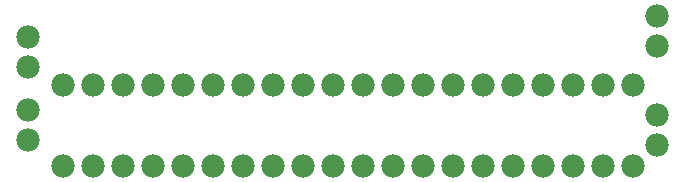
<source format=gbr>
G04 EAGLE Gerber RS-274X export*
G75*
%MOMM*%
%FSLAX34Y34*%
%LPD*%
%INSoldermask Bottom*%
%IPPOS*%
%AMOC8*
5,1,8,0,0,1.08239X$1,22.5*%
G01*
%ADD10C,1.981200*%


D10*
X43180Y87630D03*
X68580Y87630D03*
X93980Y87630D03*
X119380Y87630D03*
X144780Y87630D03*
X170180Y87630D03*
X195580Y87630D03*
X220980Y87630D03*
X246380Y87630D03*
X271780Y87630D03*
X297180Y87630D03*
X322580Y87630D03*
X347980Y87630D03*
X373380Y87630D03*
X398780Y87630D03*
X424180Y87630D03*
X449580Y87630D03*
X474980Y87630D03*
X500380Y87630D03*
X525780Y87630D03*
X13970Y102870D03*
X13970Y128270D03*
X546100Y146050D03*
X546100Y120650D03*
X43180Y19050D03*
X68580Y19050D03*
X93980Y19050D03*
X119380Y19050D03*
X144780Y19050D03*
X170180Y19050D03*
X195580Y19050D03*
X220980Y19050D03*
X246380Y19050D03*
X271780Y19050D03*
X297180Y19050D03*
X322580Y19050D03*
X347980Y19050D03*
X373380Y19050D03*
X398780Y19050D03*
X424180Y19050D03*
X449580Y19050D03*
X474980Y19050D03*
X500380Y19050D03*
X525780Y19050D03*
X13970Y66040D03*
X13970Y40640D03*
X546100Y36830D03*
X546100Y62230D03*
M02*

</source>
